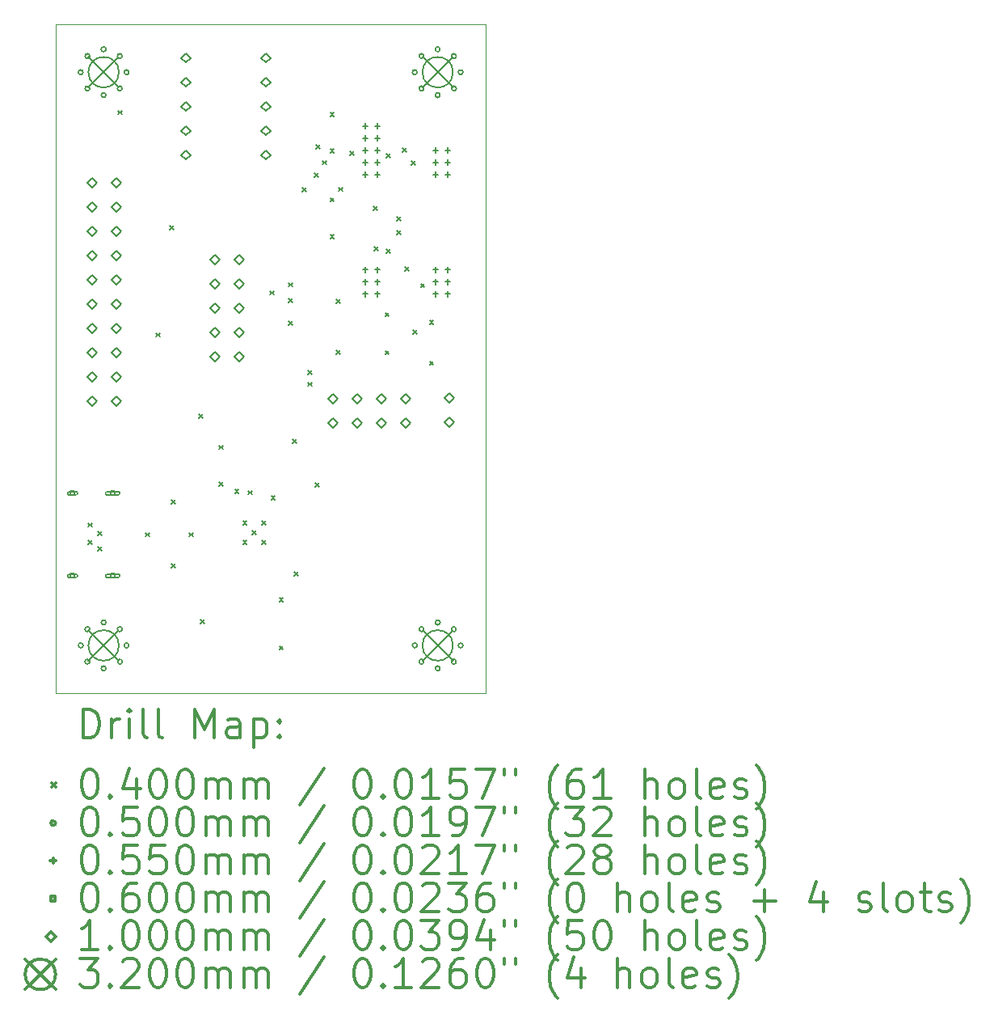
<source format=gbr>
%FSLAX45Y45*%
G04 Gerber Fmt 4.5, Leading zero omitted, Abs format (unit mm)*
G04 Created by KiCad (PCBNEW (5.1.10)-1) date 2021-10-05 03:14:15*
%MOMM*%
%LPD*%
G01*
G04 APERTURE LIST*
%TA.AperFunction,Profile*%
%ADD10C,0.050000*%
%TD*%
%ADD11C,0.200000*%
%ADD12C,0.300000*%
G04 APERTURE END LIST*
D10*
X15700000Y-11300000D02*
X15700000Y-4300000D01*
X20200000Y-11300000D02*
X15700000Y-11300000D01*
X20200000Y-4300000D02*
X20200000Y-11300000D01*
X15700000Y-4300000D02*
X20200000Y-4300000D01*
D11*
X16039999Y-9700000D02*
X16079999Y-9740000D01*
X16079999Y-9700000D02*
X16039999Y-9740000D01*
X16040000Y-9520000D02*
X16080000Y-9560000D01*
X16080000Y-9520000D02*
X16040000Y-9560000D01*
X16140000Y-9610000D02*
X16180000Y-9650000D01*
X16180000Y-9610000D02*
X16140000Y-9650000D01*
X16140000Y-9771499D02*
X16180000Y-9811499D01*
X16180000Y-9771499D02*
X16140000Y-9811499D01*
X16350000Y-5200000D02*
X16390000Y-5240000D01*
X16390000Y-5200000D02*
X16350000Y-5240000D01*
X16640000Y-9620000D02*
X16680000Y-9660000D01*
X16680000Y-9620000D02*
X16640000Y-9660000D01*
X16750000Y-7530000D02*
X16790000Y-7570000D01*
X16790000Y-7530000D02*
X16750000Y-7570000D01*
X16895000Y-6410000D02*
X16935000Y-6450000D01*
X16935000Y-6410000D02*
X16895000Y-6450000D01*
X16910000Y-9280000D02*
X16950000Y-9320000D01*
X16950000Y-9280000D02*
X16910000Y-9320000D01*
X16910000Y-9947501D02*
X16950000Y-9987501D01*
X16950000Y-9947501D02*
X16910000Y-9987501D01*
X17095000Y-9620000D02*
X17135000Y-9660000D01*
X17135000Y-9620000D02*
X17095000Y-9660000D01*
X17200000Y-8380000D02*
X17240000Y-8420000D01*
X17240000Y-8380000D02*
X17200000Y-8420000D01*
X17215000Y-10530001D02*
X17255000Y-10570001D01*
X17255000Y-10530001D02*
X17215000Y-10570001D01*
X17407499Y-8705000D02*
X17447499Y-8745000D01*
X17447499Y-8705000D02*
X17407499Y-8745000D01*
X17410001Y-9090000D02*
X17450001Y-9130000D01*
X17450001Y-9090000D02*
X17410001Y-9130000D01*
X17575000Y-9165000D02*
X17615000Y-9205000D01*
X17615000Y-9165000D02*
X17575000Y-9205000D01*
X17660000Y-9500000D02*
X17700000Y-9540000D01*
X17700000Y-9500000D02*
X17660000Y-9540000D01*
X17660000Y-9700000D02*
X17700000Y-9740000D01*
X17700000Y-9700000D02*
X17660000Y-9740000D01*
X17715000Y-9180000D02*
X17755000Y-9220000D01*
X17755000Y-9180000D02*
X17715000Y-9220000D01*
X17755000Y-9600000D02*
X17795000Y-9640000D01*
X17795000Y-9600000D02*
X17755000Y-9640000D01*
X17860000Y-9500000D02*
X17900000Y-9540000D01*
X17900000Y-9500000D02*
X17860000Y-9540000D01*
X17860000Y-9700000D02*
X17900000Y-9740000D01*
X17900000Y-9700000D02*
X17860000Y-9740000D01*
X17944999Y-7090000D02*
X17984999Y-7130000D01*
X17984999Y-7090000D02*
X17944999Y-7130000D01*
X17955000Y-9235000D02*
X17995000Y-9275000D01*
X17995000Y-9235000D02*
X17955000Y-9275000D01*
X18040000Y-10305000D02*
X18080000Y-10345000D01*
X18080000Y-10305000D02*
X18040000Y-10345000D01*
X18040000Y-10805000D02*
X18080000Y-10845000D01*
X18080000Y-10805000D02*
X18040000Y-10845000D01*
X18140000Y-7170000D02*
X18180000Y-7210000D01*
X18180000Y-7170000D02*
X18140000Y-7210000D01*
X18140000Y-7405000D02*
X18180000Y-7445000D01*
X18180000Y-7405000D02*
X18140000Y-7445000D01*
X18140000Y-7005000D02*
X18180000Y-7045000D01*
X18180000Y-7005000D02*
X18140000Y-7045000D01*
X18180000Y-8645000D02*
X18220000Y-8685000D01*
X18220000Y-8645000D02*
X18180000Y-8685000D01*
X18195000Y-10030000D02*
X18235000Y-10070000D01*
X18235000Y-10030000D02*
X18195000Y-10070000D01*
X18280000Y-6010000D02*
X18320000Y-6050000D01*
X18320000Y-6010000D02*
X18280000Y-6050000D01*
X18340000Y-7920000D02*
X18380000Y-7960000D01*
X18380000Y-7920000D02*
X18340000Y-7960000D01*
X18340000Y-8045000D02*
X18380000Y-8085000D01*
X18380000Y-8045000D02*
X18340000Y-8085000D01*
X18410000Y-5855000D02*
X18450000Y-5895000D01*
X18450000Y-5855000D02*
X18410000Y-5895000D01*
X18415000Y-9100000D02*
X18455000Y-9140000D01*
X18455000Y-9100000D02*
X18415000Y-9140000D01*
X18425000Y-5560000D02*
X18465000Y-5600000D01*
X18465000Y-5560000D02*
X18425000Y-5600000D01*
X18495000Y-5725000D02*
X18535000Y-5765000D01*
X18535000Y-5725000D02*
X18495000Y-5765000D01*
X18575000Y-5225000D02*
X18615000Y-5265000D01*
X18615000Y-5225000D02*
X18575000Y-5265000D01*
X18575000Y-5605000D02*
X18615000Y-5645000D01*
X18615000Y-5605000D02*
X18575000Y-5645000D01*
X18575000Y-6115000D02*
X18615000Y-6155000D01*
X18615000Y-6115000D02*
X18575000Y-6155000D01*
X18575000Y-6500000D02*
X18615000Y-6540000D01*
X18615000Y-6500000D02*
X18575000Y-6540000D01*
X18635104Y-7174896D02*
X18675104Y-7214896D01*
X18675104Y-7174896D02*
X18635104Y-7214896D01*
X18635104Y-7710104D02*
X18675104Y-7750104D01*
X18675104Y-7710104D02*
X18635104Y-7750104D01*
X18665000Y-6005000D02*
X18705000Y-6045000D01*
X18705000Y-6005000D02*
X18665000Y-6045000D01*
X18780000Y-5630000D02*
X18820000Y-5670000D01*
X18820000Y-5630000D02*
X18780000Y-5670000D01*
X19030000Y-6205000D02*
X19070000Y-6245000D01*
X19070000Y-6205000D02*
X19030000Y-6245000D01*
X19035000Y-6625000D02*
X19075000Y-6665000D01*
X19075000Y-6625000D02*
X19035000Y-6665000D01*
X19150000Y-7715000D02*
X19190000Y-7755000D01*
X19190000Y-7715000D02*
X19150000Y-7755000D01*
X19150655Y-7317501D02*
X19190655Y-7357501D01*
X19190655Y-7317501D02*
X19150655Y-7357501D01*
X19165000Y-5655000D02*
X19205000Y-5695000D01*
X19205000Y-5655000D02*
X19165000Y-5695000D01*
X19165000Y-6650000D02*
X19205000Y-6690000D01*
X19205000Y-6650000D02*
X19165000Y-6690000D01*
X19270000Y-6315000D02*
X19310000Y-6355000D01*
X19310000Y-6315000D02*
X19270000Y-6355000D01*
X19270000Y-6460000D02*
X19310000Y-6500000D01*
X19310000Y-6460000D02*
X19270000Y-6500000D01*
X19330000Y-5595000D02*
X19370000Y-5635000D01*
X19370000Y-5595000D02*
X19330000Y-5635000D01*
X19355000Y-6840000D02*
X19395000Y-6880000D01*
X19395000Y-6840000D02*
X19355000Y-6880000D01*
X19425000Y-5730000D02*
X19465000Y-5770000D01*
X19465000Y-5730000D02*
X19425000Y-5770000D01*
X19440000Y-7500000D02*
X19480000Y-7540000D01*
X19480000Y-7500000D02*
X19440000Y-7540000D01*
X19522272Y-7013427D02*
X19562272Y-7053427D01*
X19562272Y-7013427D02*
X19522272Y-7053427D01*
X19614999Y-7400001D02*
X19654999Y-7440001D01*
X19654999Y-7400001D02*
X19614999Y-7440001D01*
X19615000Y-7825000D02*
X19655000Y-7865000D01*
X19655000Y-7825000D02*
X19615000Y-7865000D01*
X15985000Y-4800000D02*
G75*
G03*
X15985000Y-4800000I-25000J0D01*
G01*
X15985000Y-10800000D02*
G75*
G03*
X15985000Y-10800000I-25000J0D01*
G01*
X16055294Y-4630294D02*
G75*
G03*
X16055294Y-4630294I-25000J0D01*
G01*
X16055294Y-4969706D02*
G75*
G03*
X16055294Y-4969706I-25000J0D01*
G01*
X16055294Y-10630294D02*
G75*
G03*
X16055294Y-10630294I-25000J0D01*
G01*
X16055294Y-10969706D02*
G75*
G03*
X16055294Y-10969706I-25000J0D01*
G01*
X16225000Y-4560000D02*
G75*
G03*
X16225000Y-4560000I-25000J0D01*
G01*
X16225000Y-5040000D02*
G75*
G03*
X16225000Y-5040000I-25000J0D01*
G01*
X16225000Y-10560000D02*
G75*
G03*
X16225000Y-10560000I-25000J0D01*
G01*
X16225000Y-11040000D02*
G75*
G03*
X16225000Y-11040000I-25000J0D01*
G01*
X16394706Y-4630294D02*
G75*
G03*
X16394706Y-4630294I-25000J0D01*
G01*
X16394706Y-4969706D02*
G75*
G03*
X16394706Y-4969706I-25000J0D01*
G01*
X16394706Y-10630294D02*
G75*
G03*
X16394706Y-10630294I-25000J0D01*
G01*
X16394706Y-10969706D02*
G75*
G03*
X16394706Y-10969706I-25000J0D01*
G01*
X16465000Y-4800000D02*
G75*
G03*
X16465000Y-4800000I-25000J0D01*
G01*
X16465000Y-10800000D02*
G75*
G03*
X16465000Y-10800000I-25000J0D01*
G01*
X19485000Y-4800000D02*
G75*
G03*
X19485000Y-4800000I-25000J0D01*
G01*
X19485000Y-10800000D02*
G75*
G03*
X19485000Y-10800000I-25000J0D01*
G01*
X19555294Y-4630294D02*
G75*
G03*
X19555294Y-4630294I-25000J0D01*
G01*
X19555294Y-4969706D02*
G75*
G03*
X19555294Y-4969706I-25000J0D01*
G01*
X19555294Y-10630294D02*
G75*
G03*
X19555294Y-10630294I-25000J0D01*
G01*
X19555294Y-10969706D02*
G75*
G03*
X19555294Y-10969706I-25000J0D01*
G01*
X19725000Y-4560000D02*
G75*
G03*
X19725000Y-4560000I-25000J0D01*
G01*
X19725000Y-5040000D02*
G75*
G03*
X19725000Y-5040000I-25000J0D01*
G01*
X19725000Y-10560000D02*
G75*
G03*
X19725000Y-10560000I-25000J0D01*
G01*
X19725000Y-11040000D02*
G75*
G03*
X19725000Y-11040000I-25000J0D01*
G01*
X19894706Y-4630294D02*
G75*
G03*
X19894706Y-4630294I-25000J0D01*
G01*
X19894706Y-4969706D02*
G75*
G03*
X19894706Y-4969706I-25000J0D01*
G01*
X19894706Y-10630294D02*
G75*
G03*
X19894706Y-10630294I-25000J0D01*
G01*
X19894706Y-10969706D02*
G75*
G03*
X19894706Y-10969706I-25000J0D01*
G01*
X19965000Y-4800000D02*
G75*
G03*
X19965000Y-4800000I-25000J0D01*
G01*
X19965000Y-10800000D02*
G75*
G03*
X19965000Y-10800000I-25000J0D01*
G01*
X18940000Y-5334500D02*
X18940000Y-5389500D01*
X18912500Y-5362000D02*
X18967500Y-5362000D01*
X18940000Y-5461500D02*
X18940000Y-5516500D01*
X18912500Y-5489000D02*
X18967500Y-5489000D01*
X18940000Y-5588500D02*
X18940000Y-5643500D01*
X18912500Y-5616000D02*
X18967500Y-5616000D01*
X18940000Y-5715500D02*
X18940000Y-5770500D01*
X18912500Y-5743000D02*
X18967500Y-5743000D01*
X18940000Y-5842500D02*
X18940000Y-5897500D01*
X18912500Y-5870000D02*
X18967500Y-5870000D01*
X18940000Y-6838500D02*
X18940000Y-6893500D01*
X18912500Y-6866000D02*
X18967500Y-6866000D01*
X18940000Y-6965500D02*
X18940000Y-7020500D01*
X18912500Y-6993000D02*
X18967500Y-6993000D01*
X18940000Y-7092500D02*
X18940000Y-7147500D01*
X18912500Y-7120000D02*
X18967500Y-7120000D01*
X19067000Y-5334500D02*
X19067000Y-5389500D01*
X19039500Y-5362000D02*
X19094500Y-5362000D01*
X19067000Y-5461500D02*
X19067000Y-5516500D01*
X19039500Y-5489000D02*
X19094500Y-5489000D01*
X19067000Y-5588500D02*
X19067000Y-5643500D01*
X19039500Y-5616000D02*
X19094500Y-5616000D01*
X19067000Y-5715500D02*
X19067000Y-5770500D01*
X19039500Y-5743000D02*
X19094500Y-5743000D01*
X19067000Y-5842500D02*
X19067000Y-5897500D01*
X19039500Y-5870000D02*
X19094500Y-5870000D01*
X19067000Y-6838500D02*
X19067000Y-6893500D01*
X19039500Y-6866000D02*
X19094500Y-6866000D01*
X19067000Y-6965500D02*
X19067000Y-7020500D01*
X19039500Y-6993000D02*
X19094500Y-6993000D01*
X19067000Y-7092500D02*
X19067000Y-7147500D01*
X19039500Y-7120000D02*
X19094500Y-7120000D01*
X19680000Y-5588500D02*
X19680000Y-5643500D01*
X19652500Y-5616000D02*
X19707500Y-5616000D01*
X19680000Y-5715500D02*
X19680000Y-5770500D01*
X19652500Y-5743000D02*
X19707500Y-5743000D01*
X19680000Y-5842500D02*
X19680000Y-5897500D01*
X19652500Y-5870000D02*
X19707500Y-5870000D01*
X19680000Y-6838500D02*
X19680000Y-6893500D01*
X19652500Y-6866000D02*
X19707500Y-6866000D01*
X19680000Y-6965500D02*
X19680000Y-7020500D01*
X19652500Y-6993000D02*
X19707500Y-6993000D01*
X19680000Y-7092500D02*
X19680000Y-7147500D01*
X19652500Y-7120000D02*
X19707500Y-7120000D01*
X19807000Y-5588500D02*
X19807000Y-5643500D01*
X19779500Y-5616000D02*
X19834500Y-5616000D01*
X19807000Y-5715500D02*
X19807000Y-5770500D01*
X19779500Y-5743000D02*
X19834500Y-5743000D01*
X19807000Y-5842500D02*
X19807000Y-5897500D01*
X19779500Y-5870000D02*
X19834500Y-5870000D01*
X19807000Y-6838500D02*
X19807000Y-6893500D01*
X19779500Y-6866000D02*
X19834500Y-6866000D01*
X19807000Y-6965500D02*
X19807000Y-7020500D01*
X19779500Y-6993000D02*
X19834500Y-6993000D01*
X19807000Y-7092500D02*
X19807000Y-7147500D01*
X19779500Y-7120000D02*
X19834500Y-7120000D01*
X15896213Y-9229213D02*
X15896213Y-9186787D01*
X15853787Y-9186787D01*
X15853787Y-9229213D01*
X15896213Y-9229213D01*
X15905000Y-9188000D02*
X15845000Y-9188000D01*
X15905000Y-9228000D02*
X15845000Y-9228000D01*
X15845000Y-9188000D02*
G75*
G03*
X15845000Y-9228000I0J-20000D01*
G01*
X15905000Y-9228000D02*
G75*
G03*
X15905000Y-9188000I0J20000D01*
G01*
X15896213Y-10093213D02*
X15896213Y-10050787D01*
X15853787Y-10050787D01*
X15853787Y-10093213D01*
X15896213Y-10093213D01*
X15905000Y-10052000D02*
X15845000Y-10052000D01*
X15905000Y-10092000D02*
X15845000Y-10092000D01*
X15845000Y-10052000D02*
G75*
G03*
X15845000Y-10092000I0J-20000D01*
G01*
X15905000Y-10092000D02*
G75*
G03*
X15905000Y-10052000I0J20000D01*
G01*
X16314213Y-9229213D02*
X16314213Y-9186787D01*
X16271787Y-9186787D01*
X16271787Y-9229213D01*
X16314213Y-9229213D01*
X16348000Y-9188000D02*
X16238000Y-9188000D01*
X16348000Y-9228000D02*
X16238000Y-9228000D01*
X16238000Y-9188000D02*
G75*
G03*
X16238000Y-9228000I0J-20000D01*
G01*
X16348000Y-9228000D02*
G75*
G03*
X16348000Y-9188000I0J20000D01*
G01*
X16314213Y-10093213D02*
X16314213Y-10050787D01*
X16271787Y-10050787D01*
X16271787Y-10093213D01*
X16314213Y-10093213D01*
X16348000Y-10052000D02*
X16238000Y-10052000D01*
X16348000Y-10092000D02*
X16238000Y-10092000D01*
X16238000Y-10052000D02*
G75*
G03*
X16238000Y-10092000I0J-20000D01*
G01*
X16348000Y-10092000D02*
G75*
G03*
X16348000Y-10052000I0J20000D01*
G01*
X16080000Y-6010000D02*
X16130000Y-5960000D01*
X16080000Y-5910000D01*
X16030000Y-5960000D01*
X16080000Y-6010000D01*
X16080000Y-6264000D02*
X16130000Y-6214000D01*
X16080000Y-6164000D01*
X16030000Y-6214000D01*
X16080000Y-6264000D01*
X16080000Y-6518000D02*
X16130000Y-6468000D01*
X16080000Y-6418000D01*
X16030000Y-6468000D01*
X16080000Y-6518000D01*
X16080000Y-6772000D02*
X16130000Y-6722000D01*
X16080000Y-6672000D01*
X16030000Y-6722000D01*
X16080000Y-6772000D01*
X16080000Y-7026000D02*
X16130000Y-6976000D01*
X16080000Y-6926000D01*
X16030000Y-6976000D01*
X16080000Y-7026000D01*
X16080000Y-7280000D02*
X16130000Y-7230000D01*
X16080000Y-7180000D01*
X16030000Y-7230000D01*
X16080000Y-7280000D01*
X16080000Y-7534000D02*
X16130000Y-7484000D01*
X16080000Y-7434000D01*
X16030000Y-7484000D01*
X16080000Y-7534000D01*
X16080000Y-7788000D02*
X16130000Y-7738000D01*
X16080000Y-7688000D01*
X16030000Y-7738000D01*
X16080000Y-7788000D01*
X16080000Y-8042000D02*
X16130000Y-7992000D01*
X16080000Y-7942000D01*
X16030000Y-7992000D01*
X16080000Y-8042000D01*
X16080000Y-8296000D02*
X16130000Y-8246000D01*
X16080000Y-8196000D01*
X16030000Y-8246000D01*
X16080000Y-8296000D01*
X16334000Y-6010000D02*
X16384000Y-5960000D01*
X16334000Y-5910000D01*
X16284000Y-5960000D01*
X16334000Y-6010000D01*
X16334000Y-6264000D02*
X16384000Y-6214000D01*
X16334000Y-6164000D01*
X16284000Y-6214000D01*
X16334000Y-6264000D01*
X16334000Y-6518000D02*
X16384000Y-6468000D01*
X16334000Y-6418000D01*
X16284000Y-6468000D01*
X16334000Y-6518000D01*
X16334000Y-6772000D02*
X16384000Y-6722000D01*
X16334000Y-6672000D01*
X16284000Y-6722000D01*
X16334000Y-6772000D01*
X16334000Y-7026000D02*
X16384000Y-6976000D01*
X16334000Y-6926000D01*
X16284000Y-6976000D01*
X16334000Y-7026000D01*
X16334000Y-7280000D02*
X16384000Y-7230000D01*
X16334000Y-7180000D01*
X16284000Y-7230000D01*
X16334000Y-7280000D01*
X16334000Y-7534000D02*
X16384000Y-7484000D01*
X16334000Y-7434000D01*
X16284000Y-7484000D01*
X16334000Y-7534000D01*
X16334000Y-7788000D02*
X16384000Y-7738000D01*
X16334000Y-7688000D01*
X16284000Y-7738000D01*
X16334000Y-7788000D01*
X16334000Y-8042000D02*
X16384000Y-7992000D01*
X16334000Y-7942000D01*
X16284000Y-7992000D01*
X16334000Y-8042000D01*
X16334000Y-8296000D02*
X16384000Y-8246000D01*
X16334000Y-8196000D01*
X16284000Y-8246000D01*
X16334000Y-8296000D01*
X17060000Y-4700000D02*
X17110000Y-4650000D01*
X17060000Y-4600000D01*
X17010000Y-4650000D01*
X17060000Y-4700000D01*
X17060000Y-4954000D02*
X17110000Y-4904000D01*
X17060000Y-4854000D01*
X17010000Y-4904000D01*
X17060000Y-4954000D01*
X17060000Y-5208000D02*
X17110000Y-5158000D01*
X17060000Y-5108000D01*
X17010000Y-5158000D01*
X17060000Y-5208000D01*
X17060000Y-5462000D02*
X17110000Y-5412000D01*
X17060000Y-5362000D01*
X17010000Y-5412000D01*
X17060000Y-5462000D01*
X17060000Y-5716000D02*
X17110000Y-5666000D01*
X17060000Y-5616000D01*
X17010000Y-5666000D01*
X17060000Y-5716000D01*
X17366000Y-6814000D02*
X17416000Y-6764000D01*
X17366000Y-6714000D01*
X17316000Y-6764000D01*
X17366000Y-6814000D01*
X17366000Y-7068000D02*
X17416000Y-7018000D01*
X17366000Y-6968000D01*
X17316000Y-7018000D01*
X17366000Y-7068000D01*
X17366000Y-7322000D02*
X17416000Y-7272000D01*
X17366000Y-7222000D01*
X17316000Y-7272000D01*
X17366000Y-7322000D01*
X17366000Y-7576000D02*
X17416000Y-7526000D01*
X17366000Y-7476000D01*
X17316000Y-7526000D01*
X17366000Y-7576000D01*
X17366000Y-7830000D02*
X17416000Y-7780000D01*
X17366000Y-7730000D01*
X17316000Y-7780000D01*
X17366000Y-7830000D01*
X17620000Y-6814000D02*
X17670000Y-6764000D01*
X17620000Y-6714000D01*
X17570000Y-6764000D01*
X17620000Y-6814000D01*
X17620000Y-7068000D02*
X17670000Y-7018000D01*
X17620000Y-6968000D01*
X17570000Y-7018000D01*
X17620000Y-7068000D01*
X17620000Y-7322000D02*
X17670000Y-7272000D01*
X17620000Y-7222000D01*
X17570000Y-7272000D01*
X17620000Y-7322000D01*
X17620000Y-7576000D02*
X17670000Y-7526000D01*
X17620000Y-7476000D01*
X17570000Y-7526000D01*
X17620000Y-7576000D01*
X17620000Y-7830000D02*
X17670000Y-7780000D01*
X17620000Y-7730000D01*
X17570000Y-7780000D01*
X17620000Y-7830000D01*
X17900000Y-4700000D02*
X17950000Y-4650000D01*
X17900000Y-4600000D01*
X17850000Y-4650000D01*
X17900000Y-4700000D01*
X17900000Y-4954000D02*
X17950000Y-4904000D01*
X17900000Y-4854000D01*
X17850000Y-4904000D01*
X17900000Y-4954000D01*
X17900000Y-5208000D02*
X17950000Y-5158000D01*
X17900000Y-5108000D01*
X17850000Y-5158000D01*
X17900000Y-5208000D01*
X17900000Y-5462000D02*
X17950000Y-5412000D01*
X17900000Y-5362000D01*
X17850000Y-5412000D01*
X17900000Y-5462000D01*
X17900000Y-5716000D02*
X17950000Y-5666000D01*
X17900000Y-5616000D01*
X17850000Y-5666000D01*
X17900000Y-5716000D01*
X18600000Y-8266000D02*
X18650000Y-8216000D01*
X18600000Y-8166000D01*
X18550000Y-8216000D01*
X18600000Y-8266000D01*
X18600000Y-8520000D02*
X18650000Y-8470000D01*
X18600000Y-8420000D01*
X18550000Y-8470000D01*
X18600000Y-8520000D01*
X18854000Y-8266000D02*
X18904000Y-8216000D01*
X18854000Y-8166000D01*
X18804000Y-8216000D01*
X18854000Y-8266000D01*
X18854000Y-8520000D02*
X18904000Y-8470000D01*
X18854000Y-8420000D01*
X18804000Y-8470000D01*
X18854000Y-8520000D01*
X19108000Y-8266000D02*
X19158000Y-8216000D01*
X19108000Y-8166000D01*
X19058000Y-8216000D01*
X19108000Y-8266000D01*
X19108000Y-8520000D02*
X19158000Y-8470000D01*
X19108000Y-8420000D01*
X19058000Y-8470000D01*
X19108000Y-8520000D01*
X19362000Y-8266000D02*
X19412000Y-8216000D01*
X19362000Y-8166000D01*
X19312000Y-8216000D01*
X19362000Y-8266000D01*
X19362000Y-8520000D02*
X19412000Y-8470000D01*
X19362000Y-8420000D01*
X19312000Y-8470000D01*
X19362000Y-8520000D01*
X19820000Y-8260000D02*
X19870000Y-8210000D01*
X19820000Y-8160000D01*
X19770000Y-8210000D01*
X19820000Y-8260000D01*
X19820000Y-8514000D02*
X19870000Y-8464000D01*
X19820000Y-8414000D01*
X19770000Y-8464000D01*
X19820000Y-8514000D01*
X16040000Y-4640000D02*
X16360000Y-4960000D01*
X16360000Y-4640000D02*
X16040000Y-4960000D01*
X16360000Y-4800000D02*
G75*
G03*
X16360000Y-4800000I-160000J0D01*
G01*
X16040000Y-10640000D02*
X16360000Y-10960000D01*
X16360000Y-10640000D02*
X16040000Y-10960000D01*
X16360000Y-10800000D02*
G75*
G03*
X16360000Y-10800000I-160000J0D01*
G01*
X19540000Y-4640000D02*
X19860000Y-4960000D01*
X19860000Y-4640000D02*
X19540000Y-4960000D01*
X19860000Y-4800000D02*
G75*
G03*
X19860000Y-4800000I-160000J0D01*
G01*
X19540000Y-10640000D02*
X19860000Y-10960000D01*
X19860000Y-10640000D02*
X19540000Y-10960000D01*
X19860000Y-10800000D02*
G75*
G03*
X19860000Y-10800000I-160000J0D01*
G01*
D12*
X15983928Y-11768214D02*
X15983928Y-11468214D01*
X16055357Y-11468214D01*
X16098214Y-11482500D01*
X16126786Y-11511071D01*
X16141071Y-11539643D01*
X16155357Y-11596786D01*
X16155357Y-11639643D01*
X16141071Y-11696786D01*
X16126786Y-11725357D01*
X16098214Y-11753929D01*
X16055357Y-11768214D01*
X15983928Y-11768214D01*
X16283928Y-11768214D02*
X16283928Y-11568214D01*
X16283928Y-11625357D02*
X16298214Y-11596786D01*
X16312500Y-11582500D01*
X16341071Y-11568214D01*
X16369643Y-11568214D01*
X16469643Y-11768214D02*
X16469643Y-11568214D01*
X16469643Y-11468214D02*
X16455357Y-11482500D01*
X16469643Y-11496786D01*
X16483928Y-11482500D01*
X16469643Y-11468214D01*
X16469643Y-11496786D01*
X16655357Y-11768214D02*
X16626786Y-11753929D01*
X16612500Y-11725357D01*
X16612500Y-11468214D01*
X16812500Y-11768214D02*
X16783928Y-11753929D01*
X16769643Y-11725357D01*
X16769643Y-11468214D01*
X17155357Y-11768214D02*
X17155357Y-11468214D01*
X17255357Y-11682500D01*
X17355357Y-11468214D01*
X17355357Y-11768214D01*
X17626786Y-11768214D02*
X17626786Y-11611071D01*
X17612500Y-11582500D01*
X17583928Y-11568214D01*
X17526786Y-11568214D01*
X17498214Y-11582500D01*
X17626786Y-11753929D02*
X17598214Y-11768214D01*
X17526786Y-11768214D01*
X17498214Y-11753929D01*
X17483928Y-11725357D01*
X17483928Y-11696786D01*
X17498214Y-11668214D01*
X17526786Y-11653929D01*
X17598214Y-11653929D01*
X17626786Y-11639643D01*
X17769643Y-11568214D02*
X17769643Y-11868214D01*
X17769643Y-11582500D02*
X17798214Y-11568214D01*
X17855357Y-11568214D01*
X17883928Y-11582500D01*
X17898214Y-11596786D01*
X17912500Y-11625357D01*
X17912500Y-11711071D01*
X17898214Y-11739643D01*
X17883928Y-11753929D01*
X17855357Y-11768214D01*
X17798214Y-11768214D01*
X17769643Y-11753929D01*
X18041071Y-11739643D02*
X18055357Y-11753929D01*
X18041071Y-11768214D01*
X18026786Y-11753929D01*
X18041071Y-11739643D01*
X18041071Y-11768214D01*
X18041071Y-11582500D02*
X18055357Y-11596786D01*
X18041071Y-11611071D01*
X18026786Y-11596786D01*
X18041071Y-11582500D01*
X18041071Y-11611071D01*
X15657500Y-12242500D02*
X15697500Y-12282500D01*
X15697500Y-12242500D02*
X15657500Y-12282500D01*
X16041071Y-12098214D02*
X16069643Y-12098214D01*
X16098214Y-12112500D01*
X16112500Y-12126786D01*
X16126786Y-12155357D01*
X16141071Y-12212500D01*
X16141071Y-12283929D01*
X16126786Y-12341071D01*
X16112500Y-12369643D01*
X16098214Y-12383929D01*
X16069643Y-12398214D01*
X16041071Y-12398214D01*
X16012500Y-12383929D01*
X15998214Y-12369643D01*
X15983928Y-12341071D01*
X15969643Y-12283929D01*
X15969643Y-12212500D01*
X15983928Y-12155357D01*
X15998214Y-12126786D01*
X16012500Y-12112500D01*
X16041071Y-12098214D01*
X16269643Y-12369643D02*
X16283928Y-12383929D01*
X16269643Y-12398214D01*
X16255357Y-12383929D01*
X16269643Y-12369643D01*
X16269643Y-12398214D01*
X16541071Y-12198214D02*
X16541071Y-12398214D01*
X16469643Y-12083929D02*
X16398214Y-12298214D01*
X16583928Y-12298214D01*
X16755357Y-12098214D02*
X16783928Y-12098214D01*
X16812500Y-12112500D01*
X16826786Y-12126786D01*
X16841071Y-12155357D01*
X16855357Y-12212500D01*
X16855357Y-12283929D01*
X16841071Y-12341071D01*
X16826786Y-12369643D01*
X16812500Y-12383929D01*
X16783928Y-12398214D01*
X16755357Y-12398214D01*
X16726786Y-12383929D01*
X16712500Y-12369643D01*
X16698214Y-12341071D01*
X16683928Y-12283929D01*
X16683928Y-12212500D01*
X16698214Y-12155357D01*
X16712500Y-12126786D01*
X16726786Y-12112500D01*
X16755357Y-12098214D01*
X17041071Y-12098214D02*
X17069643Y-12098214D01*
X17098214Y-12112500D01*
X17112500Y-12126786D01*
X17126786Y-12155357D01*
X17141071Y-12212500D01*
X17141071Y-12283929D01*
X17126786Y-12341071D01*
X17112500Y-12369643D01*
X17098214Y-12383929D01*
X17069643Y-12398214D01*
X17041071Y-12398214D01*
X17012500Y-12383929D01*
X16998214Y-12369643D01*
X16983928Y-12341071D01*
X16969643Y-12283929D01*
X16969643Y-12212500D01*
X16983928Y-12155357D01*
X16998214Y-12126786D01*
X17012500Y-12112500D01*
X17041071Y-12098214D01*
X17269643Y-12398214D02*
X17269643Y-12198214D01*
X17269643Y-12226786D02*
X17283928Y-12212500D01*
X17312500Y-12198214D01*
X17355357Y-12198214D01*
X17383928Y-12212500D01*
X17398214Y-12241071D01*
X17398214Y-12398214D01*
X17398214Y-12241071D02*
X17412500Y-12212500D01*
X17441071Y-12198214D01*
X17483928Y-12198214D01*
X17512500Y-12212500D01*
X17526786Y-12241071D01*
X17526786Y-12398214D01*
X17669643Y-12398214D02*
X17669643Y-12198214D01*
X17669643Y-12226786D02*
X17683928Y-12212500D01*
X17712500Y-12198214D01*
X17755357Y-12198214D01*
X17783928Y-12212500D01*
X17798214Y-12241071D01*
X17798214Y-12398214D01*
X17798214Y-12241071D02*
X17812500Y-12212500D01*
X17841071Y-12198214D01*
X17883928Y-12198214D01*
X17912500Y-12212500D01*
X17926786Y-12241071D01*
X17926786Y-12398214D01*
X18512500Y-12083929D02*
X18255357Y-12469643D01*
X18898214Y-12098214D02*
X18926786Y-12098214D01*
X18955357Y-12112500D01*
X18969643Y-12126786D01*
X18983928Y-12155357D01*
X18998214Y-12212500D01*
X18998214Y-12283929D01*
X18983928Y-12341071D01*
X18969643Y-12369643D01*
X18955357Y-12383929D01*
X18926786Y-12398214D01*
X18898214Y-12398214D01*
X18869643Y-12383929D01*
X18855357Y-12369643D01*
X18841071Y-12341071D01*
X18826786Y-12283929D01*
X18826786Y-12212500D01*
X18841071Y-12155357D01*
X18855357Y-12126786D01*
X18869643Y-12112500D01*
X18898214Y-12098214D01*
X19126786Y-12369643D02*
X19141071Y-12383929D01*
X19126786Y-12398214D01*
X19112500Y-12383929D01*
X19126786Y-12369643D01*
X19126786Y-12398214D01*
X19326786Y-12098214D02*
X19355357Y-12098214D01*
X19383928Y-12112500D01*
X19398214Y-12126786D01*
X19412500Y-12155357D01*
X19426786Y-12212500D01*
X19426786Y-12283929D01*
X19412500Y-12341071D01*
X19398214Y-12369643D01*
X19383928Y-12383929D01*
X19355357Y-12398214D01*
X19326786Y-12398214D01*
X19298214Y-12383929D01*
X19283928Y-12369643D01*
X19269643Y-12341071D01*
X19255357Y-12283929D01*
X19255357Y-12212500D01*
X19269643Y-12155357D01*
X19283928Y-12126786D01*
X19298214Y-12112500D01*
X19326786Y-12098214D01*
X19712500Y-12398214D02*
X19541071Y-12398214D01*
X19626786Y-12398214D02*
X19626786Y-12098214D01*
X19598214Y-12141071D01*
X19569643Y-12169643D01*
X19541071Y-12183929D01*
X19983928Y-12098214D02*
X19841071Y-12098214D01*
X19826786Y-12241071D01*
X19841071Y-12226786D01*
X19869643Y-12212500D01*
X19941071Y-12212500D01*
X19969643Y-12226786D01*
X19983928Y-12241071D01*
X19998214Y-12269643D01*
X19998214Y-12341071D01*
X19983928Y-12369643D01*
X19969643Y-12383929D01*
X19941071Y-12398214D01*
X19869643Y-12398214D01*
X19841071Y-12383929D01*
X19826786Y-12369643D01*
X20098214Y-12098214D02*
X20298214Y-12098214D01*
X20169643Y-12398214D01*
X20398214Y-12098214D02*
X20398214Y-12155357D01*
X20512500Y-12098214D02*
X20512500Y-12155357D01*
X20955357Y-12512500D02*
X20941071Y-12498214D01*
X20912500Y-12455357D01*
X20898214Y-12426786D01*
X20883928Y-12383929D01*
X20869643Y-12312500D01*
X20869643Y-12255357D01*
X20883928Y-12183929D01*
X20898214Y-12141071D01*
X20912500Y-12112500D01*
X20941071Y-12069643D01*
X20955357Y-12055357D01*
X21198214Y-12098214D02*
X21141071Y-12098214D01*
X21112500Y-12112500D01*
X21098214Y-12126786D01*
X21069643Y-12169643D01*
X21055357Y-12226786D01*
X21055357Y-12341071D01*
X21069643Y-12369643D01*
X21083928Y-12383929D01*
X21112500Y-12398214D01*
X21169643Y-12398214D01*
X21198214Y-12383929D01*
X21212500Y-12369643D01*
X21226786Y-12341071D01*
X21226786Y-12269643D01*
X21212500Y-12241071D01*
X21198214Y-12226786D01*
X21169643Y-12212500D01*
X21112500Y-12212500D01*
X21083928Y-12226786D01*
X21069643Y-12241071D01*
X21055357Y-12269643D01*
X21512500Y-12398214D02*
X21341071Y-12398214D01*
X21426786Y-12398214D02*
X21426786Y-12098214D01*
X21398214Y-12141071D01*
X21369643Y-12169643D01*
X21341071Y-12183929D01*
X21869643Y-12398214D02*
X21869643Y-12098214D01*
X21998214Y-12398214D02*
X21998214Y-12241071D01*
X21983928Y-12212500D01*
X21955357Y-12198214D01*
X21912500Y-12198214D01*
X21883928Y-12212500D01*
X21869643Y-12226786D01*
X22183928Y-12398214D02*
X22155357Y-12383929D01*
X22141071Y-12369643D01*
X22126786Y-12341071D01*
X22126786Y-12255357D01*
X22141071Y-12226786D01*
X22155357Y-12212500D01*
X22183928Y-12198214D01*
X22226786Y-12198214D01*
X22255357Y-12212500D01*
X22269643Y-12226786D01*
X22283928Y-12255357D01*
X22283928Y-12341071D01*
X22269643Y-12369643D01*
X22255357Y-12383929D01*
X22226786Y-12398214D01*
X22183928Y-12398214D01*
X22455357Y-12398214D02*
X22426786Y-12383929D01*
X22412500Y-12355357D01*
X22412500Y-12098214D01*
X22683928Y-12383929D02*
X22655357Y-12398214D01*
X22598214Y-12398214D01*
X22569643Y-12383929D01*
X22555357Y-12355357D01*
X22555357Y-12241071D01*
X22569643Y-12212500D01*
X22598214Y-12198214D01*
X22655357Y-12198214D01*
X22683928Y-12212500D01*
X22698214Y-12241071D01*
X22698214Y-12269643D01*
X22555357Y-12298214D01*
X22812500Y-12383929D02*
X22841071Y-12398214D01*
X22898214Y-12398214D01*
X22926786Y-12383929D01*
X22941071Y-12355357D01*
X22941071Y-12341071D01*
X22926786Y-12312500D01*
X22898214Y-12298214D01*
X22855357Y-12298214D01*
X22826786Y-12283929D01*
X22812500Y-12255357D01*
X22812500Y-12241071D01*
X22826786Y-12212500D01*
X22855357Y-12198214D01*
X22898214Y-12198214D01*
X22926786Y-12212500D01*
X23041071Y-12512500D02*
X23055357Y-12498214D01*
X23083928Y-12455357D01*
X23098214Y-12426786D01*
X23112500Y-12383929D01*
X23126786Y-12312500D01*
X23126786Y-12255357D01*
X23112500Y-12183929D01*
X23098214Y-12141071D01*
X23083928Y-12112500D01*
X23055357Y-12069643D01*
X23041071Y-12055357D01*
X15697500Y-12658500D02*
G75*
G03*
X15697500Y-12658500I-25000J0D01*
G01*
X16041071Y-12494214D02*
X16069643Y-12494214D01*
X16098214Y-12508500D01*
X16112500Y-12522786D01*
X16126786Y-12551357D01*
X16141071Y-12608500D01*
X16141071Y-12679929D01*
X16126786Y-12737071D01*
X16112500Y-12765643D01*
X16098214Y-12779929D01*
X16069643Y-12794214D01*
X16041071Y-12794214D01*
X16012500Y-12779929D01*
X15998214Y-12765643D01*
X15983928Y-12737071D01*
X15969643Y-12679929D01*
X15969643Y-12608500D01*
X15983928Y-12551357D01*
X15998214Y-12522786D01*
X16012500Y-12508500D01*
X16041071Y-12494214D01*
X16269643Y-12765643D02*
X16283928Y-12779929D01*
X16269643Y-12794214D01*
X16255357Y-12779929D01*
X16269643Y-12765643D01*
X16269643Y-12794214D01*
X16555357Y-12494214D02*
X16412500Y-12494214D01*
X16398214Y-12637071D01*
X16412500Y-12622786D01*
X16441071Y-12608500D01*
X16512500Y-12608500D01*
X16541071Y-12622786D01*
X16555357Y-12637071D01*
X16569643Y-12665643D01*
X16569643Y-12737071D01*
X16555357Y-12765643D01*
X16541071Y-12779929D01*
X16512500Y-12794214D01*
X16441071Y-12794214D01*
X16412500Y-12779929D01*
X16398214Y-12765643D01*
X16755357Y-12494214D02*
X16783928Y-12494214D01*
X16812500Y-12508500D01*
X16826786Y-12522786D01*
X16841071Y-12551357D01*
X16855357Y-12608500D01*
X16855357Y-12679929D01*
X16841071Y-12737071D01*
X16826786Y-12765643D01*
X16812500Y-12779929D01*
X16783928Y-12794214D01*
X16755357Y-12794214D01*
X16726786Y-12779929D01*
X16712500Y-12765643D01*
X16698214Y-12737071D01*
X16683928Y-12679929D01*
X16683928Y-12608500D01*
X16698214Y-12551357D01*
X16712500Y-12522786D01*
X16726786Y-12508500D01*
X16755357Y-12494214D01*
X17041071Y-12494214D02*
X17069643Y-12494214D01*
X17098214Y-12508500D01*
X17112500Y-12522786D01*
X17126786Y-12551357D01*
X17141071Y-12608500D01*
X17141071Y-12679929D01*
X17126786Y-12737071D01*
X17112500Y-12765643D01*
X17098214Y-12779929D01*
X17069643Y-12794214D01*
X17041071Y-12794214D01*
X17012500Y-12779929D01*
X16998214Y-12765643D01*
X16983928Y-12737071D01*
X16969643Y-12679929D01*
X16969643Y-12608500D01*
X16983928Y-12551357D01*
X16998214Y-12522786D01*
X17012500Y-12508500D01*
X17041071Y-12494214D01*
X17269643Y-12794214D02*
X17269643Y-12594214D01*
X17269643Y-12622786D02*
X17283928Y-12608500D01*
X17312500Y-12594214D01*
X17355357Y-12594214D01*
X17383928Y-12608500D01*
X17398214Y-12637071D01*
X17398214Y-12794214D01*
X17398214Y-12637071D02*
X17412500Y-12608500D01*
X17441071Y-12594214D01*
X17483928Y-12594214D01*
X17512500Y-12608500D01*
X17526786Y-12637071D01*
X17526786Y-12794214D01*
X17669643Y-12794214D02*
X17669643Y-12594214D01*
X17669643Y-12622786D02*
X17683928Y-12608500D01*
X17712500Y-12594214D01*
X17755357Y-12594214D01*
X17783928Y-12608500D01*
X17798214Y-12637071D01*
X17798214Y-12794214D01*
X17798214Y-12637071D02*
X17812500Y-12608500D01*
X17841071Y-12594214D01*
X17883928Y-12594214D01*
X17912500Y-12608500D01*
X17926786Y-12637071D01*
X17926786Y-12794214D01*
X18512500Y-12479929D02*
X18255357Y-12865643D01*
X18898214Y-12494214D02*
X18926786Y-12494214D01*
X18955357Y-12508500D01*
X18969643Y-12522786D01*
X18983928Y-12551357D01*
X18998214Y-12608500D01*
X18998214Y-12679929D01*
X18983928Y-12737071D01*
X18969643Y-12765643D01*
X18955357Y-12779929D01*
X18926786Y-12794214D01*
X18898214Y-12794214D01*
X18869643Y-12779929D01*
X18855357Y-12765643D01*
X18841071Y-12737071D01*
X18826786Y-12679929D01*
X18826786Y-12608500D01*
X18841071Y-12551357D01*
X18855357Y-12522786D01*
X18869643Y-12508500D01*
X18898214Y-12494214D01*
X19126786Y-12765643D02*
X19141071Y-12779929D01*
X19126786Y-12794214D01*
X19112500Y-12779929D01*
X19126786Y-12765643D01*
X19126786Y-12794214D01*
X19326786Y-12494214D02*
X19355357Y-12494214D01*
X19383928Y-12508500D01*
X19398214Y-12522786D01*
X19412500Y-12551357D01*
X19426786Y-12608500D01*
X19426786Y-12679929D01*
X19412500Y-12737071D01*
X19398214Y-12765643D01*
X19383928Y-12779929D01*
X19355357Y-12794214D01*
X19326786Y-12794214D01*
X19298214Y-12779929D01*
X19283928Y-12765643D01*
X19269643Y-12737071D01*
X19255357Y-12679929D01*
X19255357Y-12608500D01*
X19269643Y-12551357D01*
X19283928Y-12522786D01*
X19298214Y-12508500D01*
X19326786Y-12494214D01*
X19712500Y-12794214D02*
X19541071Y-12794214D01*
X19626786Y-12794214D02*
X19626786Y-12494214D01*
X19598214Y-12537071D01*
X19569643Y-12565643D01*
X19541071Y-12579929D01*
X19855357Y-12794214D02*
X19912500Y-12794214D01*
X19941071Y-12779929D01*
X19955357Y-12765643D01*
X19983928Y-12722786D01*
X19998214Y-12665643D01*
X19998214Y-12551357D01*
X19983928Y-12522786D01*
X19969643Y-12508500D01*
X19941071Y-12494214D01*
X19883928Y-12494214D01*
X19855357Y-12508500D01*
X19841071Y-12522786D01*
X19826786Y-12551357D01*
X19826786Y-12622786D01*
X19841071Y-12651357D01*
X19855357Y-12665643D01*
X19883928Y-12679929D01*
X19941071Y-12679929D01*
X19969643Y-12665643D01*
X19983928Y-12651357D01*
X19998214Y-12622786D01*
X20098214Y-12494214D02*
X20298214Y-12494214D01*
X20169643Y-12794214D01*
X20398214Y-12494214D02*
X20398214Y-12551357D01*
X20512500Y-12494214D02*
X20512500Y-12551357D01*
X20955357Y-12908500D02*
X20941071Y-12894214D01*
X20912500Y-12851357D01*
X20898214Y-12822786D01*
X20883928Y-12779929D01*
X20869643Y-12708500D01*
X20869643Y-12651357D01*
X20883928Y-12579929D01*
X20898214Y-12537071D01*
X20912500Y-12508500D01*
X20941071Y-12465643D01*
X20955357Y-12451357D01*
X21041071Y-12494214D02*
X21226786Y-12494214D01*
X21126786Y-12608500D01*
X21169643Y-12608500D01*
X21198214Y-12622786D01*
X21212500Y-12637071D01*
X21226786Y-12665643D01*
X21226786Y-12737071D01*
X21212500Y-12765643D01*
X21198214Y-12779929D01*
X21169643Y-12794214D01*
X21083928Y-12794214D01*
X21055357Y-12779929D01*
X21041071Y-12765643D01*
X21341071Y-12522786D02*
X21355357Y-12508500D01*
X21383928Y-12494214D01*
X21455357Y-12494214D01*
X21483928Y-12508500D01*
X21498214Y-12522786D01*
X21512500Y-12551357D01*
X21512500Y-12579929D01*
X21498214Y-12622786D01*
X21326786Y-12794214D01*
X21512500Y-12794214D01*
X21869643Y-12794214D02*
X21869643Y-12494214D01*
X21998214Y-12794214D02*
X21998214Y-12637071D01*
X21983928Y-12608500D01*
X21955357Y-12594214D01*
X21912500Y-12594214D01*
X21883928Y-12608500D01*
X21869643Y-12622786D01*
X22183928Y-12794214D02*
X22155357Y-12779929D01*
X22141071Y-12765643D01*
X22126786Y-12737071D01*
X22126786Y-12651357D01*
X22141071Y-12622786D01*
X22155357Y-12608500D01*
X22183928Y-12594214D01*
X22226786Y-12594214D01*
X22255357Y-12608500D01*
X22269643Y-12622786D01*
X22283928Y-12651357D01*
X22283928Y-12737071D01*
X22269643Y-12765643D01*
X22255357Y-12779929D01*
X22226786Y-12794214D01*
X22183928Y-12794214D01*
X22455357Y-12794214D02*
X22426786Y-12779929D01*
X22412500Y-12751357D01*
X22412500Y-12494214D01*
X22683928Y-12779929D02*
X22655357Y-12794214D01*
X22598214Y-12794214D01*
X22569643Y-12779929D01*
X22555357Y-12751357D01*
X22555357Y-12637071D01*
X22569643Y-12608500D01*
X22598214Y-12594214D01*
X22655357Y-12594214D01*
X22683928Y-12608500D01*
X22698214Y-12637071D01*
X22698214Y-12665643D01*
X22555357Y-12694214D01*
X22812500Y-12779929D02*
X22841071Y-12794214D01*
X22898214Y-12794214D01*
X22926786Y-12779929D01*
X22941071Y-12751357D01*
X22941071Y-12737071D01*
X22926786Y-12708500D01*
X22898214Y-12694214D01*
X22855357Y-12694214D01*
X22826786Y-12679929D01*
X22812500Y-12651357D01*
X22812500Y-12637071D01*
X22826786Y-12608500D01*
X22855357Y-12594214D01*
X22898214Y-12594214D01*
X22926786Y-12608500D01*
X23041071Y-12908500D02*
X23055357Y-12894214D01*
X23083928Y-12851357D01*
X23098214Y-12822786D01*
X23112500Y-12779929D01*
X23126786Y-12708500D01*
X23126786Y-12651357D01*
X23112500Y-12579929D01*
X23098214Y-12537071D01*
X23083928Y-12508500D01*
X23055357Y-12465643D01*
X23041071Y-12451357D01*
X15670000Y-13027000D02*
X15670000Y-13082000D01*
X15642500Y-13054500D02*
X15697500Y-13054500D01*
X16041071Y-12890214D02*
X16069643Y-12890214D01*
X16098214Y-12904500D01*
X16112500Y-12918786D01*
X16126786Y-12947357D01*
X16141071Y-13004500D01*
X16141071Y-13075929D01*
X16126786Y-13133071D01*
X16112500Y-13161643D01*
X16098214Y-13175929D01*
X16069643Y-13190214D01*
X16041071Y-13190214D01*
X16012500Y-13175929D01*
X15998214Y-13161643D01*
X15983928Y-13133071D01*
X15969643Y-13075929D01*
X15969643Y-13004500D01*
X15983928Y-12947357D01*
X15998214Y-12918786D01*
X16012500Y-12904500D01*
X16041071Y-12890214D01*
X16269643Y-13161643D02*
X16283928Y-13175929D01*
X16269643Y-13190214D01*
X16255357Y-13175929D01*
X16269643Y-13161643D01*
X16269643Y-13190214D01*
X16555357Y-12890214D02*
X16412500Y-12890214D01*
X16398214Y-13033071D01*
X16412500Y-13018786D01*
X16441071Y-13004500D01*
X16512500Y-13004500D01*
X16541071Y-13018786D01*
X16555357Y-13033071D01*
X16569643Y-13061643D01*
X16569643Y-13133071D01*
X16555357Y-13161643D01*
X16541071Y-13175929D01*
X16512500Y-13190214D01*
X16441071Y-13190214D01*
X16412500Y-13175929D01*
X16398214Y-13161643D01*
X16841071Y-12890214D02*
X16698214Y-12890214D01*
X16683928Y-13033071D01*
X16698214Y-13018786D01*
X16726786Y-13004500D01*
X16798214Y-13004500D01*
X16826786Y-13018786D01*
X16841071Y-13033071D01*
X16855357Y-13061643D01*
X16855357Y-13133071D01*
X16841071Y-13161643D01*
X16826786Y-13175929D01*
X16798214Y-13190214D01*
X16726786Y-13190214D01*
X16698214Y-13175929D01*
X16683928Y-13161643D01*
X17041071Y-12890214D02*
X17069643Y-12890214D01*
X17098214Y-12904500D01*
X17112500Y-12918786D01*
X17126786Y-12947357D01*
X17141071Y-13004500D01*
X17141071Y-13075929D01*
X17126786Y-13133071D01*
X17112500Y-13161643D01*
X17098214Y-13175929D01*
X17069643Y-13190214D01*
X17041071Y-13190214D01*
X17012500Y-13175929D01*
X16998214Y-13161643D01*
X16983928Y-13133071D01*
X16969643Y-13075929D01*
X16969643Y-13004500D01*
X16983928Y-12947357D01*
X16998214Y-12918786D01*
X17012500Y-12904500D01*
X17041071Y-12890214D01*
X17269643Y-13190214D02*
X17269643Y-12990214D01*
X17269643Y-13018786D02*
X17283928Y-13004500D01*
X17312500Y-12990214D01*
X17355357Y-12990214D01*
X17383928Y-13004500D01*
X17398214Y-13033071D01*
X17398214Y-13190214D01*
X17398214Y-13033071D02*
X17412500Y-13004500D01*
X17441071Y-12990214D01*
X17483928Y-12990214D01*
X17512500Y-13004500D01*
X17526786Y-13033071D01*
X17526786Y-13190214D01*
X17669643Y-13190214D02*
X17669643Y-12990214D01*
X17669643Y-13018786D02*
X17683928Y-13004500D01*
X17712500Y-12990214D01*
X17755357Y-12990214D01*
X17783928Y-13004500D01*
X17798214Y-13033071D01*
X17798214Y-13190214D01*
X17798214Y-13033071D02*
X17812500Y-13004500D01*
X17841071Y-12990214D01*
X17883928Y-12990214D01*
X17912500Y-13004500D01*
X17926786Y-13033071D01*
X17926786Y-13190214D01*
X18512500Y-12875929D02*
X18255357Y-13261643D01*
X18898214Y-12890214D02*
X18926786Y-12890214D01*
X18955357Y-12904500D01*
X18969643Y-12918786D01*
X18983928Y-12947357D01*
X18998214Y-13004500D01*
X18998214Y-13075929D01*
X18983928Y-13133071D01*
X18969643Y-13161643D01*
X18955357Y-13175929D01*
X18926786Y-13190214D01*
X18898214Y-13190214D01*
X18869643Y-13175929D01*
X18855357Y-13161643D01*
X18841071Y-13133071D01*
X18826786Y-13075929D01*
X18826786Y-13004500D01*
X18841071Y-12947357D01*
X18855357Y-12918786D01*
X18869643Y-12904500D01*
X18898214Y-12890214D01*
X19126786Y-13161643D02*
X19141071Y-13175929D01*
X19126786Y-13190214D01*
X19112500Y-13175929D01*
X19126786Y-13161643D01*
X19126786Y-13190214D01*
X19326786Y-12890214D02*
X19355357Y-12890214D01*
X19383928Y-12904500D01*
X19398214Y-12918786D01*
X19412500Y-12947357D01*
X19426786Y-13004500D01*
X19426786Y-13075929D01*
X19412500Y-13133071D01*
X19398214Y-13161643D01*
X19383928Y-13175929D01*
X19355357Y-13190214D01*
X19326786Y-13190214D01*
X19298214Y-13175929D01*
X19283928Y-13161643D01*
X19269643Y-13133071D01*
X19255357Y-13075929D01*
X19255357Y-13004500D01*
X19269643Y-12947357D01*
X19283928Y-12918786D01*
X19298214Y-12904500D01*
X19326786Y-12890214D01*
X19541071Y-12918786D02*
X19555357Y-12904500D01*
X19583928Y-12890214D01*
X19655357Y-12890214D01*
X19683928Y-12904500D01*
X19698214Y-12918786D01*
X19712500Y-12947357D01*
X19712500Y-12975929D01*
X19698214Y-13018786D01*
X19526786Y-13190214D01*
X19712500Y-13190214D01*
X19998214Y-13190214D02*
X19826786Y-13190214D01*
X19912500Y-13190214D02*
X19912500Y-12890214D01*
X19883928Y-12933071D01*
X19855357Y-12961643D01*
X19826786Y-12975929D01*
X20098214Y-12890214D02*
X20298214Y-12890214D01*
X20169643Y-13190214D01*
X20398214Y-12890214D02*
X20398214Y-12947357D01*
X20512500Y-12890214D02*
X20512500Y-12947357D01*
X20955357Y-13304500D02*
X20941071Y-13290214D01*
X20912500Y-13247357D01*
X20898214Y-13218786D01*
X20883928Y-13175929D01*
X20869643Y-13104500D01*
X20869643Y-13047357D01*
X20883928Y-12975929D01*
X20898214Y-12933071D01*
X20912500Y-12904500D01*
X20941071Y-12861643D01*
X20955357Y-12847357D01*
X21055357Y-12918786D02*
X21069643Y-12904500D01*
X21098214Y-12890214D01*
X21169643Y-12890214D01*
X21198214Y-12904500D01*
X21212500Y-12918786D01*
X21226786Y-12947357D01*
X21226786Y-12975929D01*
X21212500Y-13018786D01*
X21041071Y-13190214D01*
X21226786Y-13190214D01*
X21398214Y-13018786D02*
X21369643Y-13004500D01*
X21355357Y-12990214D01*
X21341071Y-12961643D01*
X21341071Y-12947357D01*
X21355357Y-12918786D01*
X21369643Y-12904500D01*
X21398214Y-12890214D01*
X21455357Y-12890214D01*
X21483928Y-12904500D01*
X21498214Y-12918786D01*
X21512500Y-12947357D01*
X21512500Y-12961643D01*
X21498214Y-12990214D01*
X21483928Y-13004500D01*
X21455357Y-13018786D01*
X21398214Y-13018786D01*
X21369643Y-13033071D01*
X21355357Y-13047357D01*
X21341071Y-13075929D01*
X21341071Y-13133071D01*
X21355357Y-13161643D01*
X21369643Y-13175929D01*
X21398214Y-13190214D01*
X21455357Y-13190214D01*
X21483928Y-13175929D01*
X21498214Y-13161643D01*
X21512500Y-13133071D01*
X21512500Y-13075929D01*
X21498214Y-13047357D01*
X21483928Y-13033071D01*
X21455357Y-13018786D01*
X21869643Y-13190214D02*
X21869643Y-12890214D01*
X21998214Y-13190214D02*
X21998214Y-13033071D01*
X21983928Y-13004500D01*
X21955357Y-12990214D01*
X21912500Y-12990214D01*
X21883928Y-13004500D01*
X21869643Y-13018786D01*
X22183928Y-13190214D02*
X22155357Y-13175929D01*
X22141071Y-13161643D01*
X22126786Y-13133071D01*
X22126786Y-13047357D01*
X22141071Y-13018786D01*
X22155357Y-13004500D01*
X22183928Y-12990214D01*
X22226786Y-12990214D01*
X22255357Y-13004500D01*
X22269643Y-13018786D01*
X22283928Y-13047357D01*
X22283928Y-13133071D01*
X22269643Y-13161643D01*
X22255357Y-13175929D01*
X22226786Y-13190214D01*
X22183928Y-13190214D01*
X22455357Y-13190214D02*
X22426786Y-13175929D01*
X22412500Y-13147357D01*
X22412500Y-12890214D01*
X22683928Y-13175929D02*
X22655357Y-13190214D01*
X22598214Y-13190214D01*
X22569643Y-13175929D01*
X22555357Y-13147357D01*
X22555357Y-13033071D01*
X22569643Y-13004500D01*
X22598214Y-12990214D01*
X22655357Y-12990214D01*
X22683928Y-13004500D01*
X22698214Y-13033071D01*
X22698214Y-13061643D01*
X22555357Y-13090214D01*
X22812500Y-13175929D02*
X22841071Y-13190214D01*
X22898214Y-13190214D01*
X22926786Y-13175929D01*
X22941071Y-13147357D01*
X22941071Y-13133071D01*
X22926786Y-13104500D01*
X22898214Y-13090214D01*
X22855357Y-13090214D01*
X22826786Y-13075929D01*
X22812500Y-13047357D01*
X22812500Y-13033071D01*
X22826786Y-13004500D01*
X22855357Y-12990214D01*
X22898214Y-12990214D01*
X22926786Y-13004500D01*
X23041071Y-13304500D02*
X23055357Y-13290214D01*
X23083928Y-13247357D01*
X23098214Y-13218786D01*
X23112500Y-13175929D01*
X23126786Y-13104500D01*
X23126786Y-13047357D01*
X23112500Y-12975929D01*
X23098214Y-12933071D01*
X23083928Y-12904500D01*
X23055357Y-12861643D01*
X23041071Y-12847357D01*
X15688713Y-13471713D02*
X15688713Y-13429287D01*
X15646286Y-13429287D01*
X15646286Y-13471713D01*
X15688713Y-13471713D01*
X16041071Y-13286214D02*
X16069643Y-13286214D01*
X16098214Y-13300500D01*
X16112500Y-13314786D01*
X16126786Y-13343357D01*
X16141071Y-13400500D01*
X16141071Y-13471929D01*
X16126786Y-13529071D01*
X16112500Y-13557643D01*
X16098214Y-13571929D01*
X16069643Y-13586214D01*
X16041071Y-13586214D01*
X16012500Y-13571929D01*
X15998214Y-13557643D01*
X15983928Y-13529071D01*
X15969643Y-13471929D01*
X15969643Y-13400500D01*
X15983928Y-13343357D01*
X15998214Y-13314786D01*
X16012500Y-13300500D01*
X16041071Y-13286214D01*
X16269643Y-13557643D02*
X16283928Y-13571929D01*
X16269643Y-13586214D01*
X16255357Y-13571929D01*
X16269643Y-13557643D01*
X16269643Y-13586214D01*
X16541071Y-13286214D02*
X16483928Y-13286214D01*
X16455357Y-13300500D01*
X16441071Y-13314786D01*
X16412500Y-13357643D01*
X16398214Y-13414786D01*
X16398214Y-13529071D01*
X16412500Y-13557643D01*
X16426786Y-13571929D01*
X16455357Y-13586214D01*
X16512500Y-13586214D01*
X16541071Y-13571929D01*
X16555357Y-13557643D01*
X16569643Y-13529071D01*
X16569643Y-13457643D01*
X16555357Y-13429071D01*
X16541071Y-13414786D01*
X16512500Y-13400500D01*
X16455357Y-13400500D01*
X16426786Y-13414786D01*
X16412500Y-13429071D01*
X16398214Y-13457643D01*
X16755357Y-13286214D02*
X16783928Y-13286214D01*
X16812500Y-13300500D01*
X16826786Y-13314786D01*
X16841071Y-13343357D01*
X16855357Y-13400500D01*
X16855357Y-13471929D01*
X16841071Y-13529071D01*
X16826786Y-13557643D01*
X16812500Y-13571929D01*
X16783928Y-13586214D01*
X16755357Y-13586214D01*
X16726786Y-13571929D01*
X16712500Y-13557643D01*
X16698214Y-13529071D01*
X16683928Y-13471929D01*
X16683928Y-13400500D01*
X16698214Y-13343357D01*
X16712500Y-13314786D01*
X16726786Y-13300500D01*
X16755357Y-13286214D01*
X17041071Y-13286214D02*
X17069643Y-13286214D01*
X17098214Y-13300500D01*
X17112500Y-13314786D01*
X17126786Y-13343357D01*
X17141071Y-13400500D01*
X17141071Y-13471929D01*
X17126786Y-13529071D01*
X17112500Y-13557643D01*
X17098214Y-13571929D01*
X17069643Y-13586214D01*
X17041071Y-13586214D01*
X17012500Y-13571929D01*
X16998214Y-13557643D01*
X16983928Y-13529071D01*
X16969643Y-13471929D01*
X16969643Y-13400500D01*
X16983928Y-13343357D01*
X16998214Y-13314786D01*
X17012500Y-13300500D01*
X17041071Y-13286214D01*
X17269643Y-13586214D02*
X17269643Y-13386214D01*
X17269643Y-13414786D02*
X17283928Y-13400500D01*
X17312500Y-13386214D01*
X17355357Y-13386214D01*
X17383928Y-13400500D01*
X17398214Y-13429071D01*
X17398214Y-13586214D01*
X17398214Y-13429071D02*
X17412500Y-13400500D01*
X17441071Y-13386214D01*
X17483928Y-13386214D01*
X17512500Y-13400500D01*
X17526786Y-13429071D01*
X17526786Y-13586214D01*
X17669643Y-13586214D02*
X17669643Y-13386214D01*
X17669643Y-13414786D02*
X17683928Y-13400500D01*
X17712500Y-13386214D01*
X17755357Y-13386214D01*
X17783928Y-13400500D01*
X17798214Y-13429071D01*
X17798214Y-13586214D01*
X17798214Y-13429071D02*
X17812500Y-13400500D01*
X17841071Y-13386214D01*
X17883928Y-13386214D01*
X17912500Y-13400500D01*
X17926786Y-13429071D01*
X17926786Y-13586214D01*
X18512500Y-13271929D02*
X18255357Y-13657643D01*
X18898214Y-13286214D02*
X18926786Y-13286214D01*
X18955357Y-13300500D01*
X18969643Y-13314786D01*
X18983928Y-13343357D01*
X18998214Y-13400500D01*
X18998214Y-13471929D01*
X18983928Y-13529071D01*
X18969643Y-13557643D01*
X18955357Y-13571929D01*
X18926786Y-13586214D01*
X18898214Y-13586214D01*
X18869643Y-13571929D01*
X18855357Y-13557643D01*
X18841071Y-13529071D01*
X18826786Y-13471929D01*
X18826786Y-13400500D01*
X18841071Y-13343357D01*
X18855357Y-13314786D01*
X18869643Y-13300500D01*
X18898214Y-13286214D01*
X19126786Y-13557643D02*
X19141071Y-13571929D01*
X19126786Y-13586214D01*
X19112500Y-13571929D01*
X19126786Y-13557643D01*
X19126786Y-13586214D01*
X19326786Y-13286214D02*
X19355357Y-13286214D01*
X19383928Y-13300500D01*
X19398214Y-13314786D01*
X19412500Y-13343357D01*
X19426786Y-13400500D01*
X19426786Y-13471929D01*
X19412500Y-13529071D01*
X19398214Y-13557643D01*
X19383928Y-13571929D01*
X19355357Y-13586214D01*
X19326786Y-13586214D01*
X19298214Y-13571929D01*
X19283928Y-13557643D01*
X19269643Y-13529071D01*
X19255357Y-13471929D01*
X19255357Y-13400500D01*
X19269643Y-13343357D01*
X19283928Y-13314786D01*
X19298214Y-13300500D01*
X19326786Y-13286214D01*
X19541071Y-13314786D02*
X19555357Y-13300500D01*
X19583928Y-13286214D01*
X19655357Y-13286214D01*
X19683928Y-13300500D01*
X19698214Y-13314786D01*
X19712500Y-13343357D01*
X19712500Y-13371929D01*
X19698214Y-13414786D01*
X19526786Y-13586214D01*
X19712500Y-13586214D01*
X19812500Y-13286214D02*
X19998214Y-13286214D01*
X19898214Y-13400500D01*
X19941071Y-13400500D01*
X19969643Y-13414786D01*
X19983928Y-13429071D01*
X19998214Y-13457643D01*
X19998214Y-13529071D01*
X19983928Y-13557643D01*
X19969643Y-13571929D01*
X19941071Y-13586214D01*
X19855357Y-13586214D01*
X19826786Y-13571929D01*
X19812500Y-13557643D01*
X20255357Y-13286214D02*
X20198214Y-13286214D01*
X20169643Y-13300500D01*
X20155357Y-13314786D01*
X20126786Y-13357643D01*
X20112500Y-13414786D01*
X20112500Y-13529071D01*
X20126786Y-13557643D01*
X20141071Y-13571929D01*
X20169643Y-13586214D01*
X20226786Y-13586214D01*
X20255357Y-13571929D01*
X20269643Y-13557643D01*
X20283928Y-13529071D01*
X20283928Y-13457643D01*
X20269643Y-13429071D01*
X20255357Y-13414786D01*
X20226786Y-13400500D01*
X20169643Y-13400500D01*
X20141071Y-13414786D01*
X20126786Y-13429071D01*
X20112500Y-13457643D01*
X20398214Y-13286214D02*
X20398214Y-13343357D01*
X20512500Y-13286214D02*
X20512500Y-13343357D01*
X20955357Y-13700500D02*
X20941071Y-13686214D01*
X20912500Y-13643357D01*
X20898214Y-13614786D01*
X20883928Y-13571929D01*
X20869643Y-13500500D01*
X20869643Y-13443357D01*
X20883928Y-13371929D01*
X20898214Y-13329071D01*
X20912500Y-13300500D01*
X20941071Y-13257643D01*
X20955357Y-13243357D01*
X21126786Y-13286214D02*
X21155357Y-13286214D01*
X21183928Y-13300500D01*
X21198214Y-13314786D01*
X21212500Y-13343357D01*
X21226786Y-13400500D01*
X21226786Y-13471929D01*
X21212500Y-13529071D01*
X21198214Y-13557643D01*
X21183928Y-13571929D01*
X21155357Y-13586214D01*
X21126786Y-13586214D01*
X21098214Y-13571929D01*
X21083928Y-13557643D01*
X21069643Y-13529071D01*
X21055357Y-13471929D01*
X21055357Y-13400500D01*
X21069643Y-13343357D01*
X21083928Y-13314786D01*
X21098214Y-13300500D01*
X21126786Y-13286214D01*
X21583928Y-13586214D02*
X21583928Y-13286214D01*
X21712500Y-13586214D02*
X21712500Y-13429071D01*
X21698214Y-13400500D01*
X21669643Y-13386214D01*
X21626786Y-13386214D01*
X21598214Y-13400500D01*
X21583928Y-13414786D01*
X21898214Y-13586214D02*
X21869643Y-13571929D01*
X21855357Y-13557643D01*
X21841071Y-13529071D01*
X21841071Y-13443357D01*
X21855357Y-13414786D01*
X21869643Y-13400500D01*
X21898214Y-13386214D01*
X21941071Y-13386214D01*
X21969643Y-13400500D01*
X21983928Y-13414786D01*
X21998214Y-13443357D01*
X21998214Y-13529071D01*
X21983928Y-13557643D01*
X21969643Y-13571929D01*
X21941071Y-13586214D01*
X21898214Y-13586214D01*
X22169643Y-13586214D02*
X22141071Y-13571929D01*
X22126786Y-13543357D01*
X22126786Y-13286214D01*
X22398214Y-13571929D02*
X22369643Y-13586214D01*
X22312500Y-13586214D01*
X22283928Y-13571929D01*
X22269643Y-13543357D01*
X22269643Y-13429071D01*
X22283928Y-13400500D01*
X22312500Y-13386214D01*
X22369643Y-13386214D01*
X22398214Y-13400500D01*
X22412500Y-13429071D01*
X22412500Y-13457643D01*
X22269643Y-13486214D01*
X22526786Y-13571929D02*
X22555357Y-13586214D01*
X22612500Y-13586214D01*
X22641071Y-13571929D01*
X22655357Y-13543357D01*
X22655357Y-13529071D01*
X22641071Y-13500500D01*
X22612500Y-13486214D01*
X22569643Y-13486214D01*
X22541071Y-13471929D01*
X22526786Y-13443357D01*
X22526786Y-13429071D01*
X22541071Y-13400500D01*
X22569643Y-13386214D01*
X22612500Y-13386214D01*
X22641071Y-13400500D01*
X23012500Y-13471929D02*
X23241071Y-13471929D01*
X23126786Y-13586214D02*
X23126786Y-13357643D01*
X23741071Y-13386214D02*
X23741071Y-13586214D01*
X23669643Y-13271929D02*
X23598214Y-13486214D01*
X23783928Y-13486214D01*
X24112500Y-13571929D02*
X24141071Y-13586214D01*
X24198214Y-13586214D01*
X24226786Y-13571929D01*
X24241071Y-13543357D01*
X24241071Y-13529071D01*
X24226786Y-13500500D01*
X24198214Y-13486214D01*
X24155357Y-13486214D01*
X24126786Y-13471929D01*
X24112500Y-13443357D01*
X24112500Y-13429071D01*
X24126786Y-13400500D01*
X24155357Y-13386214D01*
X24198214Y-13386214D01*
X24226786Y-13400500D01*
X24412500Y-13586214D02*
X24383928Y-13571929D01*
X24369643Y-13543357D01*
X24369643Y-13286214D01*
X24569643Y-13586214D02*
X24541071Y-13571929D01*
X24526786Y-13557643D01*
X24512500Y-13529071D01*
X24512500Y-13443357D01*
X24526786Y-13414786D01*
X24541071Y-13400500D01*
X24569643Y-13386214D01*
X24612500Y-13386214D01*
X24641071Y-13400500D01*
X24655357Y-13414786D01*
X24669643Y-13443357D01*
X24669643Y-13529071D01*
X24655357Y-13557643D01*
X24641071Y-13571929D01*
X24612500Y-13586214D01*
X24569643Y-13586214D01*
X24755357Y-13386214D02*
X24869643Y-13386214D01*
X24798214Y-13286214D02*
X24798214Y-13543357D01*
X24812500Y-13571929D01*
X24841071Y-13586214D01*
X24869643Y-13586214D01*
X24955357Y-13571929D02*
X24983928Y-13586214D01*
X25041071Y-13586214D01*
X25069643Y-13571929D01*
X25083928Y-13543357D01*
X25083928Y-13529071D01*
X25069643Y-13500500D01*
X25041071Y-13486214D01*
X24998214Y-13486214D01*
X24969643Y-13471929D01*
X24955357Y-13443357D01*
X24955357Y-13429071D01*
X24969643Y-13400500D01*
X24998214Y-13386214D01*
X25041071Y-13386214D01*
X25069643Y-13400500D01*
X25183928Y-13700500D02*
X25198214Y-13686214D01*
X25226786Y-13643357D01*
X25241071Y-13614786D01*
X25255357Y-13571929D01*
X25269643Y-13500500D01*
X25269643Y-13443357D01*
X25255357Y-13371929D01*
X25241071Y-13329071D01*
X25226786Y-13300500D01*
X25198214Y-13257643D01*
X25183928Y-13243357D01*
X15647500Y-13896500D02*
X15697500Y-13846500D01*
X15647500Y-13796500D01*
X15597500Y-13846500D01*
X15647500Y-13896500D01*
X16141071Y-13982214D02*
X15969643Y-13982214D01*
X16055357Y-13982214D02*
X16055357Y-13682214D01*
X16026786Y-13725071D01*
X15998214Y-13753643D01*
X15969643Y-13767929D01*
X16269643Y-13953643D02*
X16283928Y-13967929D01*
X16269643Y-13982214D01*
X16255357Y-13967929D01*
X16269643Y-13953643D01*
X16269643Y-13982214D01*
X16469643Y-13682214D02*
X16498214Y-13682214D01*
X16526786Y-13696500D01*
X16541071Y-13710786D01*
X16555357Y-13739357D01*
X16569643Y-13796500D01*
X16569643Y-13867929D01*
X16555357Y-13925071D01*
X16541071Y-13953643D01*
X16526786Y-13967929D01*
X16498214Y-13982214D01*
X16469643Y-13982214D01*
X16441071Y-13967929D01*
X16426786Y-13953643D01*
X16412500Y-13925071D01*
X16398214Y-13867929D01*
X16398214Y-13796500D01*
X16412500Y-13739357D01*
X16426786Y-13710786D01*
X16441071Y-13696500D01*
X16469643Y-13682214D01*
X16755357Y-13682214D02*
X16783928Y-13682214D01*
X16812500Y-13696500D01*
X16826786Y-13710786D01*
X16841071Y-13739357D01*
X16855357Y-13796500D01*
X16855357Y-13867929D01*
X16841071Y-13925071D01*
X16826786Y-13953643D01*
X16812500Y-13967929D01*
X16783928Y-13982214D01*
X16755357Y-13982214D01*
X16726786Y-13967929D01*
X16712500Y-13953643D01*
X16698214Y-13925071D01*
X16683928Y-13867929D01*
X16683928Y-13796500D01*
X16698214Y-13739357D01*
X16712500Y-13710786D01*
X16726786Y-13696500D01*
X16755357Y-13682214D01*
X17041071Y-13682214D02*
X17069643Y-13682214D01*
X17098214Y-13696500D01*
X17112500Y-13710786D01*
X17126786Y-13739357D01*
X17141071Y-13796500D01*
X17141071Y-13867929D01*
X17126786Y-13925071D01*
X17112500Y-13953643D01*
X17098214Y-13967929D01*
X17069643Y-13982214D01*
X17041071Y-13982214D01*
X17012500Y-13967929D01*
X16998214Y-13953643D01*
X16983928Y-13925071D01*
X16969643Y-13867929D01*
X16969643Y-13796500D01*
X16983928Y-13739357D01*
X16998214Y-13710786D01*
X17012500Y-13696500D01*
X17041071Y-13682214D01*
X17269643Y-13982214D02*
X17269643Y-13782214D01*
X17269643Y-13810786D02*
X17283928Y-13796500D01*
X17312500Y-13782214D01*
X17355357Y-13782214D01*
X17383928Y-13796500D01*
X17398214Y-13825071D01*
X17398214Y-13982214D01*
X17398214Y-13825071D02*
X17412500Y-13796500D01*
X17441071Y-13782214D01*
X17483928Y-13782214D01*
X17512500Y-13796500D01*
X17526786Y-13825071D01*
X17526786Y-13982214D01*
X17669643Y-13982214D02*
X17669643Y-13782214D01*
X17669643Y-13810786D02*
X17683928Y-13796500D01*
X17712500Y-13782214D01*
X17755357Y-13782214D01*
X17783928Y-13796500D01*
X17798214Y-13825071D01*
X17798214Y-13982214D01*
X17798214Y-13825071D02*
X17812500Y-13796500D01*
X17841071Y-13782214D01*
X17883928Y-13782214D01*
X17912500Y-13796500D01*
X17926786Y-13825071D01*
X17926786Y-13982214D01*
X18512500Y-13667929D02*
X18255357Y-14053643D01*
X18898214Y-13682214D02*
X18926786Y-13682214D01*
X18955357Y-13696500D01*
X18969643Y-13710786D01*
X18983928Y-13739357D01*
X18998214Y-13796500D01*
X18998214Y-13867929D01*
X18983928Y-13925071D01*
X18969643Y-13953643D01*
X18955357Y-13967929D01*
X18926786Y-13982214D01*
X18898214Y-13982214D01*
X18869643Y-13967929D01*
X18855357Y-13953643D01*
X18841071Y-13925071D01*
X18826786Y-13867929D01*
X18826786Y-13796500D01*
X18841071Y-13739357D01*
X18855357Y-13710786D01*
X18869643Y-13696500D01*
X18898214Y-13682214D01*
X19126786Y-13953643D02*
X19141071Y-13967929D01*
X19126786Y-13982214D01*
X19112500Y-13967929D01*
X19126786Y-13953643D01*
X19126786Y-13982214D01*
X19326786Y-13682214D02*
X19355357Y-13682214D01*
X19383928Y-13696500D01*
X19398214Y-13710786D01*
X19412500Y-13739357D01*
X19426786Y-13796500D01*
X19426786Y-13867929D01*
X19412500Y-13925071D01*
X19398214Y-13953643D01*
X19383928Y-13967929D01*
X19355357Y-13982214D01*
X19326786Y-13982214D01*
X19298214Y-13967929D01*
X19283928Y-13953643D01*
X19269643Y-13925071D01*
X19255357Y-13867929D01*
X19255357Y-13796500D01*
X19269643Y-13739357D01*
X19283928Y-13710786D01*
X19298214Y-13696500D01*
X19326786Y-13682214D01*
X19526786Y-13682214D02*
X19712500Y-13682214D01*
X19612500Y-13796500D01*
X19655357Y-13796500D01*
X19683928Y-13810786D01*
X19698214Y-13825071D01*
X19712500Y-13853643D01*
X19712500Y-13925071D01*
X19698214Y-13953643D01*
X19683928Y-13967929D01*
X19655357Y-13982214D01*
X19569643Y-13982214D01*
X19541071Y-13967929D01*
X19526786Y-13953643D01*
X19855357Y-13982214D02*
X19912500Y-13982214D01*
X19941071Y-13967929D01*
X19955357Y-13953643D01*
X19983928Y-13910786D01*
X19998214Y-13853643D01*
X19998214Y-13739357D01*
X19983928Y-13710786D01*
X19969643Y-13696500D01*
X19941071Y-13682214D01*
X19883928Y-13682214D01*
X19855357Y-13696500D01*
X19841071Y-13710786D01*
X19826786Y-13739357D01*
X19826786Y-13810786D01*
X19841071Y-13839357D01*
X19855357Y-13853643D01*
X19883928Y-13867929D01*
X19941071Y-13867929D01*
X19969643Y-13853643D01*
X19983928Y-13839357D01*
X19998214Y-13810786D01*
X20255357Y-13782214D02*
X20255357Y-13982214D01*
X20183928Y-13667929D02*
X20112500Y-13882214D01*
X20298214Y-13882214D01*
X20398214Y-13682214D02*
X20398214Y-13739357D01*
X20512500Y-13682214D02*
X20512500Y-13739357D01*
X20955357Y-14096500D02*
X20941071Y-14082214D01*
X20912500Y-14039357D01*
X20898214Y-14010786D01*
X20883928Y-13967929D01*
X20869643Y-13896500D01*
X20869643Y-13839357D01*
X20883928Y-13767929D01*
X20898214Y-13725071D01*
X20912500Y-13696500D01*
X20941071Y-13653643D01*
X20955357Y-13639357D01*
X21212500Y-13682214D02*
X21069643Y-13682214D01*
X21055357Y-13825071D01*
X21069643Y-13810786D01*
X21098214Y-13796500D01*
X21169643Y-13796500D01*
X21198214Y-13810786D01*
X21212500Y-13825071D01*
X21226786Y-13853643D01*
X21226786Y-13925071D01*
X21212500Y-13953643D01*
X21198214Y-13967929D01*
X21169643Y-13982214D01*
X21098214Y-13982214D01*
X21069643Y-13967929D01*
X21055357Y-13953643D01*
X21412500Y-13682214D02*
X21441071Y-13682214D01*
X21469643Y-13696500D01*
X21483928Y-13710786D01*
X21498214Y-13739357D01*
X21512500Y-13796500D01*
X21512500Y-13867929D01*
X21498214Y-13925071D01*
X21483928Y-13953643D01*
X21469643Y-13967929D01*
X21441071Y-13982214D01*
X21412500Y-13982214D01*
X21383928Y-13967929D01*
X21369643Y-13953643D01*
X21355357Y-13925071D01*
X21341071Y-13867929D01*
X21341071Y-13796500D01*
X21355357Y-13739357D01*
X21369643Y-13710786D01*
X21383928Y-13696500D01*
X21412500Y-13682214D01*
X21869643Y-13982214D02*
X21869643Y-13682214D01*
X21998214Y-13982214D02*
X21998214Y-13825071D01*
X21983928Y-13796500D01*
X21955357Y-13782214D01*
X21912500Y-13782214D01*
X21883928Y-13796500D01*
X21869643Y-13810786D01*
X22183928Y-13982214D02*
X22155357Y-13967929D01*
X22141071Y-13953643D01*
X22126786Y-13925071D01*
X22126786Y-13839357D01*
X22141071Y-13810786D01*
X22155357Y-13796500D01*
X22183928Y-13782214D01*
X22226786Y-13782214D01*
X22255357Y-13796500D01*
X22269643Y-13810786D01*
X22283928Y-13839357D01*
X22283928Y-13925071D01*
X22269643Y-13953643D01*
X22255357Y-13967929D01*
X22226786Y-13982214D01*
X22183928Y-13982214D01*
X22455357Y-13982214D02*
X22426786Y-13967929D01*
X22412500Y-13939357D01*
X22412500Y-13682214D01*
X22683928Y-13967929D02*
X22655357Y-13982214D01*
X22598214Y-13982214D01*
X22569643Y-13967929D01*
X22555357Y-13939357D01*
X22555357Y-13825071D01*
X22569643Y-13796500D01*
X22598214Y-13782214D01*
X22655357Y-13782214D01*
X22683928Y-13796500D01*
X22698214Y-13825071D01*
X22698214Y-13853643D01*
X22555357Y-13882214D01*
X22812500Y-13967929D02*
X22841071Y-13982214D01*
X22898214Y-13982214D01*
X22926786Y-13967929D01*
X22941071Y-13939357D01*
X22941071Y-13925071D01*
X22926786Y-13896500D01*
X22898214Y-13882214D01*
X22855357Y-13882214D01*
X22826786Y-13867929D01*
X22812500Y-13839357D01*
X22812500Y-13825071D01*
X22826786Y-13796500D01*
X22855357Y-13782214D01*
X22898214Y-13782214D01*
X22926786Y-13796500D01*
X23041071Y-14096500D02*
X23055357Y-14082214D01*
X23083928Y-14039357D01*
X23098214Y-14010786D01*
X23112500Y-13967929D01*
X23126786Y-13896500D01*
X23126786Y-13839357D01*
X23112500Y-13767929D01*
X23098214Y-13725071D01*
X23083928Y-13696500D01*
X23055357Y-13653643D01*
X23041071Y-13639357D01*
X15377500Y-14082500D02*
X15697500Y-14402500D01*
X15697500Y-14082500D02*
X15377500Y-14402500D01*
X15697500Y-14242500D02*
G75*
G03*
X15697500Y-14242500I-160000J0D01*
G01*
X15955357Y-14078214D02*
X16141071Y-14078214D01*
X16041071Y-14192500D01*
X16083928Y-14192500D01*
X16112500Y-14206786D01*
X16126786Y-14221071D01*
X16141071Y-14249643D01*
X16141071Y-14321071D01*
X16126786Y-14349643D01*
X16112500Y-14363929D01*
X16083928Y-14378214D01*
X15998214Y-14378214D01*
X15969643Y-14363929D01*
X15955357Y-14349643D01*
X16269643Y-14349643D02*
X16283928Y-14363929D01*
X16269643Y-14378214D01*
X16255357Y-14363929D01*
X16269643Y-14349643D01*
X16269643Y-14378214D01*
X16398214Y-14106786D02*
X16412500Y-14092500D01*
X16441071Y-14078214D01*
X16512500Y-14078214D01*
X16541071Y-14092500D01*
X16555357Y-14106786D01*
X16569643Y-14135357D01*
X16569643Y-14163929D01*
X16555357Y-14206786D01*
X16383928Y-14378214D01*
X16569643Y-14378214D01*
X16755357Y-14078214D02*
X16783928Y-14078214D01*
X16812500Y-14092500D01*
X16826786Y-14106786D01*
X16841071Y-14135357D01*
X16855357Y-14192500D01*
X16855357Y-14263929D01*
X16841071Y-14321071D01*
X16826786Y-14349643D01*
X16812500Y-14363929D01*
X16783928Y-14378214D01*
X16755357Y-14378214D01*
X16726786Y-14363929D01*
X16712500Y-14349643D01*
X16698214Y-14321071D01*
X16683928Y-14263929D01*
X16683928Y-14192500D01*
X16698214Y-14135357D01*
X16712500Y-14106786D01*
X16726786Y-14092500D01*
X16755357Y-14078214D01*
X17041071Y-14078214D02*
X17069643Y-14078214D01*
X17098214Y-14092500D01*
X17112500Y-14106786D01*
X17126786Y-14135357D01*
X17141071Y-14192500D01*
X17141071Y-14263929D01*
X17126786Y-14321071D01*
X17112500Y-14349643D01*
X17098214Y-14363929D01*
X17069643Y-14378214D01*
X17041071Y-14378214D01*
X17012500Y-14363929D01*
X16998214Y-14349643D01*
X16983928Y-14321071D01*
X16969643Y-14263929D01*
X16969643Y-14192500D01*
X16983928Y-14135357D01*
X16998214Y-14106786D01*
X17012500Y-14092500D01*
X17041071Y-14078214D01*
X17269643Y-14378214D02*
X17269643Y-14178214D01*
X17269643Y-14206786D02*
X17283928Y-14192500D01*
X17312500Y-14178214D01*
X17355357Y-14178214D01*
X17383928Y-14192500D01*
X17398214Y-14221071D01*
X17398214Y-14378214D01*
X17398214Y-14221071D02*
X17412500Y-14192500D01*
X17441071Y-14178214D01*
X17483928Y-14178214D01*
X17512500Y-14192500D01*
X17526786Y-14221071D01*
X17526786Y-14378214D01*
X17669643Y-14378214D02*
X17669643Y-14178214D01*
X17669643Y-14206786D02*
X17683928Y-14192500D01*
X17712500Y-14178214D01*
X17755357Y-14178214D01*
X17783928Y-14192500D01*
X17798214Y-14221071D01*
X17798214Y-14378214D01*
X17798214Y-14221071D02*
X17812500Y-14192500D01*
X17841071Y-14178214D01*
X17883928Y-14178214D01*
X17912500Y-14192500D01*
X17926786Y-14221071D01*
X17926786Y-14378214D01*
X18512500Y-14063929D02*
X18255357Y-14449643D01*
X18898214Y-14078214D02*
X18926786Y-14078214D01*
X18955357Y-14092500D01*
X18969643Y-14106786D01*
X18983928Y-14135357D01*
X18998214Y-14192500D01*
X18998214Y-14263929D01*
X18983928Y-14321071D01*
X18969643Y-14349643D01*
X18955357Y-14363929D01*
X18926786Y-14378214D01*
X18898214Y-14378214D01*
X18869643Y-14363929D01*
X18855357Y-14349643D01*
X18841071Y-14321071D01*
X18826786Y-14263929D01*
X18826786Y-14192500D01*
X18841071Y-14135357D01*
X18855357Y-14106786D01*
X18869643Y-14092500D01*
X18898214Y-14078214D01*
X19126786Y-14349643D02*
X19141071Y-14363929D01*
X19126786Y-14378214D01*
X19112500Y-14363929D01*
X19126786Y-14349643D01*
X19126786Y-14378214D01*
X19426786Y-14378214D02*
X19255357Y-14378214D01*
X19341071Y-14378214D02*
X19341071Y-14078214D01*
X19312500Y-14121071D01*
X19283928Y-14149643D01*
X19255357Y-14163929D01*
X19541071Y-14106786D02*
X19555357Y-14092500D01*
X19583928Y-14078214D01*
X19655357Y-14078214D01*
X19683928Y-14092500D01*
X19698214Y-14106786D01*
X19712500Y-14135357D01*
X19712500Y-14163929D01*
X19698214Y-14206786D01*
X19526786Y-14378214D01*
X19712500Y-14378214D01*
X19969643Y-14078214D02*
X19912500Y-14078214D01*
X19883928Y-14092500D01*
X19869643Y-14106786D01*
X19841071Y-14149643D01*
X19826786Y-14206786D01*
X19826786Y-14321071D01*
X19841071Y-14349643D01*
X19855357Y-14363929D01*
X19883928Y-14378214D01*
X19941071Y-14378214D01*
X19969643Y-14363929D01*
X19983928Y-14349643D01*
X19998214Y-14321071D01*
X19998214Y-14249643D01*
X19983928Y-14221071D01*
X19969643Y-14206786D01*
X19941071Y-14192500D01*
X19883928Y-14192500D01*
X19855357Y-14206786D01*
X19841071Y-14221071D01*
X19826786Y-14249643D01*
X20183928Y-14078214D02*
X20212500Y-14078214D01*
X20241071Y-14092500D01*
X20255357Y-14106786D01*
X20269643Y-14135357D01*
X20283928Y-14192500D01*
X20283928Y-14263929D01*
X20269643Y-14321071D01*
X20255357Y-14349643D01*
X20241071Y-14363929D01*
X20212500Y-14378214D01*
X20183928Y-14378214D01*
X20155357Y-14363929D01*
X20141071Y-14349643D01*
X20126786Y-14321071D01*
X20112500Y-14263929D01*
X20112500Y-14192500D01*
X20126786Y-14135357D01*
X20141071Y-14106786D01*
X20155357Y-14092500D01*
X20183928Y-14078214D01*
X20398214Y-14078214D02*
X20398214Y-14135357D01*
X20512500Y-14078214D02*
X20512500Y-14135357D01*
X20955357Y-14492500D02*
X20941071Y-14478214D01*
X20912500Y-14435357D01*
X20898214Y-14406786D01*
X20883928Y-14363929D01*
X20869643Y-14292500D01*
X20869643Y-14235357D01*
X20883928Y-14163929D01*
X20898214Y-14121071D01*
X20912500Y-14092500D01*
X20941071Y-14049643D01*
X20955357Y-14035357D01*
X21198214Y-14178214D02*
X21198214Y-14378214D01*
X21126786Y-14063929D02*
X21055357Y-14278214D01*
X21241071Y-14278214D01*
X21583928Y-14378214D02*
X21583928Y-14078214D01*
X21712500Y-14378214D02*
X21712500Y-14221071D01*
X21698214Y-14192500D01*
X21669643Y-14178214D01*
X21626786Y-14178214D01*
X21598214Y-14192500D01*
X21583928Y-14206786D01*
X21898214Y-14378214D02*
X21869643Y-14363929D01*
X21855357Y-14349643D01*
X21841071Y-14321071D01*
X21841071Y-14235357D01*
X21855357Y-14206786D01*
X21869643Y-14192500D01*
X21898214Y-14178214D01*
X21941071Y-14178214D01*
X21969643Y-14192500D01*
X21983928Y-14206786D01*
X21998214Y-14235357D01*
X21998214Y-14321071D01*
X21983928Y-14349643D01*
X21969643Y-14363929D01*
X21941071Y-14378214D01*
X21898214Y-14378214D01*
X22169643Y-14378214D02*
X22141071Y-14363929D01*
X22126786Y-14335357D01*
X22126786Y-14078214D01*
X22398214Y-14363929D02*
X22369643Y-14378214D01*
X22312500Y-14378214D01*
X22283928Y-14363929D01*
X22269643Y-14335357D01*
X22269643Y-14221071D01*
X22283928Y-14192500D01*
X22312500Y-14178214D01*
X22369643Y-14178214D01*
X22398214Y-14192500D01*
X22412500Y-14221071D01*
X22412500Y-14249643D01*
X22269643Y-14278214D01*
X22526786Y-14363929D02*
X22555357Y-14378214D01*
X22612500Y-14378214D01*
X22641071Y-14363929D01*
X22655357Y-14335357D01*
X22655357Y-14321071D01*
X22641071Y-14292500D01*
X22612500Y-14278214D01*
X22569643Y-14278214D01*
X22541071Y-14263929D01*
X22526786Y-14235357D01*
X22526786Y-14221071D01*
X22541071Y-14192500D01*
X22569643Y-14178214D01*
X22612500Y-14178214D01*
X22641071Y-14192500D01*
X22755357Y-14492500D02*
X22769643Y-14478214D01*
X22798214Y-14435357D01*
X22812500Y-14406786D01*
X22826786Y-14363929D01*
X22841071Y-14292500D01*
X22841071Y-14235357D01*
X22826786Y-14163929D01*
X22812500Y-14121071D01*
X22798214Y-14092500D01*
X22769643Y-14049643D01*
X22755357Y-14035357D01*
M02*

</source>
